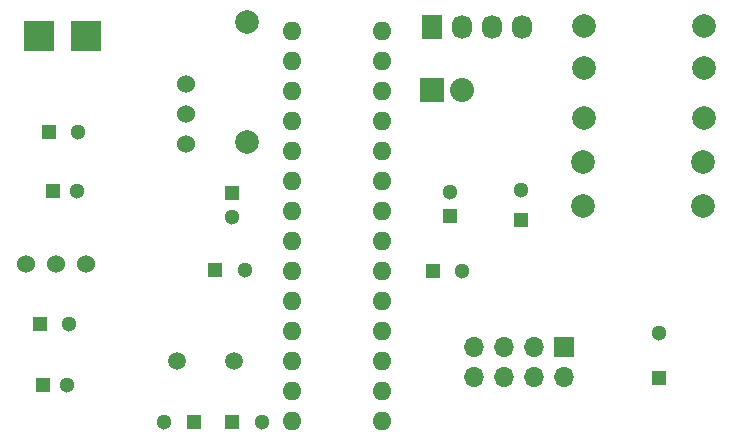
<source format=gbr>
G04 #@! TF.FileFunction,Soldermask,Top*
%FSLAX46Y46*%
G04 Gerber Fmt 4.6, Leading zero omitted, Abs format (unit mm)*
G04 Created by KiCad (PCBNEW 4.0.2+dfsg1-stable) date śro, 11 kwi 2018, 10:40:26*
%MOMM*%
G01*
G04 APERTURE LIST*
%ADD10C,0.100000*%
%ADD11R,1.700000X1.700000*%
%ADD12O,1.700000X1.700000*%
%ADD13R,1.300000X1.300000*%
%ADD14C,1.300000*%
%ADD15O,1.600000X1.600000*%
%ADD16R,1.727200X2.032000*%
%ADD17O,1.727200X2.032000*%
%ADD18R,2.499360X2.499360*%
%ADD19C,1.524000*%
%ADD20C,1.998980*%
%ADD21R,2.032000X2.032000*%
%ADD22O,2.032000X2.032000*%
%ADD23C,1.501140*%
G04 APERTURE END LIST*
D10*
D11*
X165240000Y-113970000D03*
D12*
X165240000Y-116510000D03*
X162700000Y-116510000D03*
X162700000Y-113970000D03*
X160160000Y-116510000D03*
X160160000Y-113970000D03*
X157620000Y-116510000D03*
X157620000Y-113970000D03*
D13*
X137130000Y-120370000D03*
D14*
X139630000Y-120370000D03*
D13*
X133890000Y-120370000D03*
D14*
X131390000Y-120370000D03*
D13*
X121120000Y-117200000D03*
D14*
X123120000Y-117200000D03*
D13*
X137120000Y-100970000D03*
D14*
X137120000Y-102970000D03*
D13*
X173280000Y-116620000D03*
D14*
X173280000Y-112820000D03*
D13*
X121980000Y-100820000D03*
D14*
X123980000Y-100820000D03*
D13*
X155550000Y-102870000D03*
D14*
X155550000Y-100870000D03*
D15*
X142250000Y-87250000D03*
X142250000Y-89790000D03*
X142250000Y-92330000D03*
X142250000Y-94870000D03*
X142250000Y-97410000D03*
X142250000Y-99950000D03*
X142250000Y-102490000D03*
X142250000Y-105030000D03*
X142250000Y-107570000D03*
X142250000Y-110110000D03*
X142250000Y-112650000D03*
X142250000Y-115190000D03*
X142250000Y-117730000D03*
X142250000Y-120270000D03*
X149870000Y-120270000D03*
X149870000Y-117730000D03*
X149870000Y-115190000D03*
X149870000Y-112650000D03*
X149870000Y-110110000D03*
X149870000Y-107570000D03*
X149870000Y-105030000D03*
X149870000Y-102490000D03*
X149870000Y-99950000D03*
X149870000Y-97410000D03*
X149870000Y-94870000D03*
X149870000Y-92330000D03*
X149870000Y-89790000D03*
X149870000Y-87250000D03*
D16*
X154040000Y-86910000D03*
D17*
X156580000Y-86910000D03*
X159120000Y-86910000D03*
X161660000Y-86910000D03*
D18*
X120801500Y-87660000D03*
X124738500Y-87660000D03*
D19*
X133270000Y-94290000D03*
X133270000Y-96830000D03*
X133270000Y-91750000D03*
D20*
X177090000Y-94600000D03*
X166930000Y-94600000D03*
X166880000Y-98370000D03*
X177040000Y-98370000D03*
X176970000Y-102040000D03*
X166810000Y-102040000D03*
D21*
X154030000Y-92200000D03*
D22*
X156570000Y-92200000D03*
D20*
X177130000Y-90350000D03*
X166970000Y-90350000D03*
X177130000Y-86840000D03*
X166970000Y-86840000D03*
X138360000Y-96670000D03*
X138360000Y-86510000D03*
D23*
X132449060Y-115170000D03*
X137330940Y-115170000D03*
D19*
X122270000Y-106990000D03*
X119730000Y-106990000D03*
X124810000Y-106990000D03*
D13*
X154120000Y-107570000D03*
D14*
X156620000Y-107570000D03*
D13*
X161570000Y-103250000D03*
D14*
X161570000Y-100750000D03*
D13*
X135700000Y-107450000D03*
D14*
X138200000Y-107450000D03*
D13*
X121620000Y-95830000D03*
D14*
X124120000Y-95830000D03*
D13*
X120870000Y-112040000D03*
D14*
X123370000Y-112040000D03*
M02*

</source>
